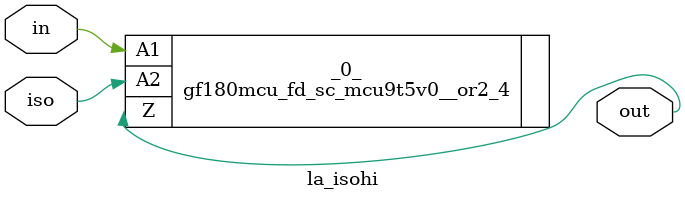
<source format=v>

/* Generated by Yosys 0.44 (git sha1 80ba43d26, g++ 11.4.0-1ubuntu1~22.04 -fPIC -O3) */

(* top =  1  *)
(* src = "generated" *)
module la_isohi (
    iso,
    in,
    out
);
  (* src = "generated" *)
  input in;
  wire in;
  (* src = "generated" *)
  input iso;
  wire iso;
  (* src = "generated" *)
  output out;
  wire out;
  gf180mcu_fd_sc_mcu9t5v0__or2_4 _0_ (
      .A1(in),
      .A2(iso),
      .Z (out)
  );
endmodule

</source>
